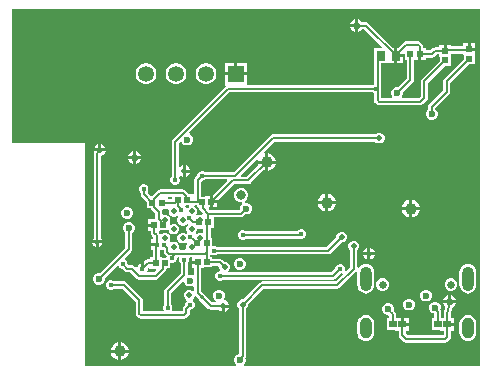
<source format=gbl>
G04*
G04 #@! TF.GenerationSoftware,Altium Limited,Altium Designer,23.9.2 (47)*
G04*
G04 Layer_Physical_Order=4*
G04 Layer_Color=16711680*
%FSLAX44Y44*%
%MOMM*%
G71*
G04*
G04 #@! TF.SameCoordinates,250A9CB9-7403-4FF4-BB43-A60BEB693519*
G04*
G04*
G04 #@! TF.FilePolarity,Positive*
G04*
G01*
G75*
%ADD11C,0.2000*%
%ADD15C,0.2540*%
%ADD30R,0.5153X0.4725*%
%ADD32R,0.5200X0.5200*%
%ADD39R,0.4541X0.3627*%
%ADD40R,0.6631X0.5955*%
%ADD46R,0.7581X0.8121*%
%ADD63R,1.3500X1.3500*%
%ADD64C,1.3500*%
%ADD73C,0.3500*%
%ADD87C,0.3677*%
%ADD88C,0.6000*%
%ADD89C,0.5000*%
%ADD90C,0.4000*%
%ADD91C,1.0000*%
%ADD92O,1.0000X1.8000*%
%ADD93C,0.6500*%
%ADD94O,1.0000X2.1000*%
%ADD95C,0.8000*%
%ADD97R,0.6281X0.6062*%
%ADD98R,0.5200X0.5200*%
G36*
X398780Y2540D02*
X199367D01*
X198841Y3810D01*
X199819Y4788D01*
X200580Y6625D01*
Y8615D01*
X200347Y9176D01*
X200946Y10072D01*
X201179Y11242D01*
Y51305D01*
X201935Y52061D01*
X202620Y53715D01*
Y54784D01*
X215897Y68061D01*
X278130D01*
X278130Y68061D01*
X279300Y68294D01*
X280293Y68957D01*
X293993Y82657D01*
X295205Y82135D01*
X295180Y81945D01*
Y70945D01*
X295420Y69117D01*
X296126Y67415D01*
X297248Y65952D01*
X298710Y64830D01*
X300413Y64125D01*
X302240Y63885D01*
X304067Y64125D01*
X305770Y64830D01*
X307233Y65952D01*
X308355Y67415D01*
X309060Y69117D01*
X309301Y70945D01*
Y81945D01*
X309060Y83772D01*
X308355Y85475D01*
X307233Y86937D01*
X305770Y88059D01*
X304067Y88765D01*
X302240Y89005D01*
X300413Y88765D01*
X298710Y88059D01*
X297248Y86937D01*
X296429Y85870D01*
X295159Y86301D01*
Y100835D01*
X295915Y101591D01*
X296600Y103245D01*
Y105035D01*
X295915Y106689D01*
X294649Y107955D01*
X292995Y108640D01*
X291205D01*
X289551Y107955D01*
X288285Y106689D01*
X287600Y105035D01*
Y103245D01*
X288285Y101591D01*
X289041Y100835D01*
Y86357D01*
X285384Y82700D01*
X284308Y83419D01*
X284670Y84294D01*
Y85886D01*
X284061Y87356D01*
X282936Y88481D01*
X281466Y89090D01*
X279874D01*
X278404Y88481D01*
X277279Y87356D01*
X276670Y85886D01*
Y85416D01*
X273053Y81799D01*
X186479D01*
X185953Y83069D01*
X186695Y83811D01*
X187380Y85465D01*
Y87255D01*
X186695Y88909D01*
X185429Y90175D01*
X183775Y90860D01*
X182706D01*
X180867Y92699D01*
X179874Y93362D01*
X178704Y93595D01*
X178704Y93595D01*
X172253D01*
Y94899D01*
X170812D01*
Y96192D01*
X172082Y96791D01*
X173194Y96330D01*
X174786D01*
X176256Y96939D01*
X176588Y97271D01*
X270510D01*
X270510Y97271D01*
X271681Y97504D01*
X272673Y98167D01*
X281766Y107260D01*
X282835D01*
X284489Y107945D01*
X285755Y109211D01*
X286440Y110865D01*
Y112655D01*
X285755Y114309D01*
X284489Y115575D01*
X282835Y116260D01*
X281045D01*
X279391Y115575D01*
X278125Y114309D01*
X277440Y112655D01*
Y111586D01*
X269243Y103389D01*
X176588D01*
X176256Y103721D01*
X174786Y104330D01*
X173194D01*
X172430Y104841D01*
Y111280D01*
X170909D01*
Y119429D01*
X174130D01*
Y128595D01*
X196411D01*
X196411Y128595D01*
X197582Y128828D01*
X198574Y129491D01*
X199973Y130890D01*
X201655D01*
X203492Y131651D01*
X204899Y133058D01*
X205660Y134895D01*
Y136885D01*
X204899Y138722D01*
X203492Y140129D01*
X201655Y140890D01*
X200324D01*
X200071Y142160D01*
X200249Y142233D01*
X201937Y143921D01*
X202850Y146126D01*
Y148513D01*
X201937Y150719D01*
X200249Y152407D01*
X198043Y153320D01*
X195657D01*
X193451Y152407D01*
X191763Y150719D01*
X190850Y148513D01*
Y146126D01*
X191763Y143921D01*
X193451Y142233D01*
X195657Y141320D01*
X197385D01*
X197715Y140430D01*
X197749Y140050D01*
X196421Y138722D01*
X195660Y136885D01*
Y135228D01*
X195144Y134712D01*
X170257D01*
X169332Y135637D01*
X169818Y136810D01*
X170180D01*
Y141713D01*
Y146615D01*
X166333D01*
Y146075D01*
X163079D01*
Y158753D01*
X164156Y159830D01*
X164626D01*
X166096Y160439D01*
X166428Y160771D01*
X184738D01*
X185224Y159598D01*
X172720Y147094D01*
Y142983D01*
X177260D01*
X191049Y156771D01*
X203010D01*
X203010Y156771D01*
X204181Y157004D01*
X205173Y157667D01*
X215695Y168190D01*
X217170Y167794D01*
Y173990D01*
X210974D01*
X211369Y172515D01*
X201743Y162889D01*
X196814D01*
X196328Y164062D01*
X209976Y177710D01*
X211114Y177052D01*
X210974Y176530D01*
X217170D01*
Y182726D01*
X216647Y182586D01*
X215990Y183724D01*
X224787Y192521D01*
X310385D01*
X311141Y191765D01*
X312795Y191080D01*
X314585D01*
X316239Y191765D01*
X317505Y193031D01*
X318190Y194685D01*
Y196475D01*
X317505Y198129D01*
X316239Y199395D01*
X314585Y200080D01*
X312795D01*
X311141Y199395D01*
X310385Y198639D01*
X223520D01*
X223520Y198639D01*
X222349Y198406D01*
X221357Y197743D01*
X190503Y166889D01*
X166428D01*
X166096Y167221D01*
X164626Y167830D01*
X163034D01*
X161564Y167221D01*
X160439Y166096D01*
X159830Y164626D01*
Y164156D01*
X157857Y162183D01*
X157194Y161190D01*
X156961Y160020D01*
X156961Y160020D01*
Y148662D01*
X155920Y148110D01*
X152287D01*
X151883Y148715D01*
X149326Y151273D01*
X148333Y151936D01*
X147163Y152169D01*
X147163Y152169D01*
X128427D01*
X127257Y151936D01*
X126264Y151273D01*
X126264Y151273D01*
X121167Y146175D01*
X120879Y146147D01*
X117741Y149284D01*
Y150256D01*
X118300Y151604D01*
Y153196D01*
X117691Y154666D01*
X116566Y155791D01*
X115096Y156400D01*
X113504D01*
X112034Y155791D01*
X110909Y154666D01*
X110300Y153196D01*
Y151604D01*
X110909Y150134D01*
X111624Y149419D01*
Y148018D01*
X111624Y148017D01*
X111857Y146847D01*
X112520Y145854D01*
X117130Y141244D01*
Y136370D01*
X120400D01*
X120504Y135850D01*
X121167Y134857D01*
X123941Y132083D01*
Y127292D01*
X123941Y127292D01*
X123556Y126822D01*
X118073D01*
Y123190D01*
X123190D01*
Y120650D01*
X118073D01*
Y117018D01*
X120131D01*
Y115198D01*
X120131Y115198D01*
X120364Y114027D01*
X121027Y113035D01*
X122168Y111894D01*
Y109764D01*
X120416D01*
Y106680D01*
X125227D01*
Y104140D01*
X120416D01*
Y101056D01*
X121809D01*
Y94747D01*
X119392D01*
Y92903D01*
X117784D01*
X116614Y92670D01*
X115622Y92007D01*
X115621Y92007D01*
X114300Y90686D01*
Y85090D01*
X111760D01*
Y89478D01*
X110458Y88939D01*
X109181Y87662D01*
X108744Y86607D01*
X107317Y86239D01*
X106303Y87253D01*
X105310Y87916D01*
X104140Y88149D01*
X104140Y88149D01*
X101517D01*
X100440Y89226D01*
Y89696D01*
X99831Y91166D01*
X98706Y92291D01*
X98499Y92377D01*
X98201Y93875D01*
X103763Y99437D01*
X103763Y99437D01*
X104426Y100429D01*
X104659Y101600D01*
X104659Y101600D01*
Y115368D01*
X105839Y116548D01*
X106600Y118385D01*
Y120375D01*
X105839Y122212D01*
X104432Y123619D01*
X102595Y124380D01*
X100605D01*
X98768Y123619D01*
X97361Y122212D01*
X96600Y120375D01*
Y118385D01*
X97361Y116548D01*
X98541Y115368D01*
Y102867D01*
X76874Y81200D01*
X75205D01*
X73368Y80439D01*
X71961Y79032D01*
X71200Y77195D01*
Y75205D01*
X71961Y73368D01*
X73368Y71961D01*
X75205Y71200D01*
X77195D01*
X79032Y71961D01*
X80439Y73368D01*
X81200Y75205D01*
Y76874D01*
X91465Y87139D01*
X92963Y86841D01*
X93049Y86634D01*
X94174Y85509D01*
X95644Y84900D01*
X96114D01*
X98087Y82927D01*
X99080Y82264D01*
X100250Y82031D01*
X100250Y82031D01*
X102873D01*
X108327Y76577D01*
X108327Y76577D01*
X109319Y75914D01*
X110490Y75681D01*
X124460D01*
X124460Y75681D01*
X125631Y75914D01*
X126623Y76577D01*
X132666Y82620D01*
X133329Y83613D01*
X133562Y84783D01*
X134506Y85482D01*
X136657D01*
Y89394D01*
X137468Y89936D01*
X139059D01*
X140529Y90545D01*
X141655Y91670D01*
X142263Y93140D01*
Y93603D01*
X143337Y94627D01*
X143918Y94593D01*
X144601Y93533D01*
X144590Y93506D01*
Y91914D01*
X145199Y90444D01*
X145531Y90112D01*
Y81277D01*
X132457Y68203D01*
X131794Y67210D01*
X131561Y66040D01*
X131561Y66040D01*
Y54668D01*
X131229Y54336D01*
X130620Y52866D01*
Y51274D01*
X131128Y50049D01*
X130595Y48779D01*
X113549D01*
Y58420D01*
X113549Y58420D01*
X113316Y59591D01*
X112653Y60583D01*
X112653Y60583D01*
X99953Y73283D01*
X98961Y73946D01*
X97790Y74179D01*
X97790Y74179D01*
X88958D01*
X88626Y74511D01*
X87156Y75120D01*
X85564D01*
X84094Y74511D01*
X82969Y73386D01*
X82360Y71916D01*
Y70324D01*
X82969Y68854D01*
X84094Y67729D01*
X85564Y67120D01*
X87156D01*
X88626Y67729D01*
X88958Y68061D01*
X96523D01*
X107431Y57153D01*
Y46892D01*
X107431Y46892D01*
X107664Y45721D01*
X108327Y44729D01*
X109499Y43557D01*
X109499Y43557D01*
X110491Y42894D01*
X111662Y42661D01*
X111662Y42661D01*
X148590D01*
X148590Y42661D01*
X149761Y42894D01*
X150753Y43557D01*
X152622Y45426D01*
X153285Y46418D01*
X153518Y47589D01*
X153518Y47589D01*
Y49591D01*
X154587Y50660D01*
X155936Y51219D01*
X157061Y52344D01*
X157670Y53814D01*
Y55406D01*
X157061Y56876D01*
X156165Y57772D01*
X155951Y58164D01*
X156059Y59325D01*
X156845Y60111D01*
X157279Y61159D01*
X158703Y61531D01*
X161527Y58707D01*
X161527Y58707D01*
X169057Y51177D01*
X169058Y51177D01*
X170050Y50514D01*
X171220Y50281D01*
X171220Y50281D01*
X177541D01*
X178755Y49067D01*
X180340Y48411D01*
Y53340D01*
X181610D01*
Y54610D01*
X186539D01*
X185883Y56195D01*
X184465Y57613D01*
X182807Y58300D01*
X182496Y58715D01*
X182172Y59650D01*
X182800Y61165D01*
Y63155D01*
X182039Y64992D01*
X180632Y66399D01*
X178795Y67160D01*
X176805D01*
X174968Y66399D01*
X173561Y64992D01*
X172800Y63155D01*
Y61165D01*
X173561Y59328D01*
X174968Y57921D01*
X175577Y57669D01*
X175325Y56399D01*
X172487D01*
X165853Y63033D01*
X165853Y63033D01*
X163164Y65723D01*
Y85634D01*
X165222D01*
Y86174D01*
X172253D01*
Y87478D01*
X177437D01*
X178380Y86534D01*
Y85465D01*
X178983Y84010D01*
X178672Y83231D01*
X178340Y82740D01*
X178274D01*
X176804Y82131D01*
X175679Y81006D01*
X175070Y79536D01*
Y77944D01*
X175679Y76474D01*
X176804Y75349D01*
X178274Y74740D01*
X179866D01*
X181336Y75349D01*
X181668Y75681D01*
X274320D01*
X274320Y75681D01*
X275490Y75914D01*
X276483Y76577D01*
X280996Y81090D01*
X281466D01*
X282341Y81452D01*
X283060Y80376D01*
X276863Y74179D01*
X214630D01*
X214630Y74179D01*
X213459Y73946D01*
X212467Y73283D01*
X212467Y73283D01*
X198294Y59110D01*
X197225D01*
X195571Y58425D01*
X194305Y57159D01*
X193620Y55505D01*
Y53715D01*
X194305Y52061D01*
X195061Y51305D01*
Y12620D01*
X194585D01*
X192748Y11859D01*
X191341Y10452D01*
X190580Y8615D01*
Y6625D01*
X191341Y4788D01*
X192319Y3810D01*
X191793Y2540D01*
X64770D01*
Y191770D01*
X2540D01*
Y304800D01*
X398780D01*
Y2540D01*
D02*
G37*
G36*
X138180Y144029D02*
X134870D01*
Y146051D01*
X138180D01*
Y144029D01*
D02*
G37*
G36*
X151947Y138887D02*
X152612Y138755D01*
X152742Y137434D01*
X152301Y137251D01*
X151557Y136507D01*
X150200Y136730D01*
X149527Y137825D01*
X149977Y138910D01*
X151912D01*
X151947Y138887D01*
D02*
G37*
G36*
X159302Y137350D02*
X160491D01*
X161234Y136350D01*
X161467Y135180D01*
X162130Y134187D01*
X164207Y132110D01*
X163893Y130628D01*
X163317Y130407D01*
X163245Y130436D01*
X161455D01*
X160477Y130031D01*
X159468D01*
X158836Y131301D01*
X159350Y132541D01*
Y134332D01*
X158665Y135985D01*
X157399Y137251D01*
X157079Y137384D01*
X157331Y138654D01*
X159302D01*
Y137350D01*
D02*
G37*
G36*
X164791Y115939D02*
X163735Y115233D01*
X163245Y115436D01*
X161455D01*
X159801Y114751D01*
X159749Y114698D01*
X158299Y115045D01*
X158182Y115404D01*
X158665Y115887D01*
X159350Y117541D01*
Y118889D01*
X164791D01*
Y115939D01*
D02*
G37*
G36*
X135564Y134847D02*
X135350Y134332D01*
Y132541D01*
X136035Y130887D01*
X137301Y129621D01*
X138955Y128936D01*
X140745D01*
X142399Y129621D01*
X142706Y129928D01*
X143071Y129817D01*
X143503Y128578D01*
X143485Y128364D01*
X142850Y126831D01*
Y125041D01*
X143535Y123387D01*
X144801Y122121D01*
X146455Y121436D01*
X148245D01*
X149899Y122121D01*
X150599Y122822D01*
X152025Y122850D01*
X152301Y122251D01*
X151035Y120985D01*
X150350Y119331D01*
Y117541D01*
X150657Y116801D01*
X151098Y115609D01*
X150070Y114580D01*
X149899Y114751D01*
X148245Y115436D01*
X146455D01*
X144801Y114751D01*
X143535Y113485D01*
X142850Y111831D01*
Y110041D01*
X143535Y108387D01*
X144801Y107121D01*
X146455Y106436D01*
X148245D01*
X149899Y107121D01*
X149986Y107208D01*
X150351Y107098D01*
X150533Y106802D01*
X150880Y105610D01*
X150350Y104332D01*
Y102541D01*
X150525Y102119D01*
X149677Y100849D01*
X145024D01*
X144175Y102119D01*
X144350Y102541D01*
Y104332D01*
X143665Y105985D01*
X142399Y107251D01*
X140745Y107936D01*
X138955D01*
X137708Y107420D01*
X136518Y107817D01*
X136258Y108005D01*
X136170Y108368D01*
X136192Y108452D01*
X136850Y110041D01*
Y111831D01*
X136165Y113485D01*
X134899Y114751D01*
X133245Y115436D01*
X131455D01*
X129801Y114751D01*
X129354Y114303D01*
X128944Y114312D01*
X127866Y114611D01*
X127390Y115323D01*
X126966Y115748D01*
X127492Y117018D01*
X128307D01*
Y117558D01*
X130479D01*
X130761Y117501D01*
X131044Y117558D01*
X134178D01*
X135345Y117541D01*
X135792Y116476D01*
X136035Y115887D01*
X137301Y114621D01*
X138955Y113936D01*
X140745D01*
X142399Y114621D01*
X143665Y115887D01*
X144350Y117541D01*
Y119331D01*
X143665Y120985D01*
X142399Y122251D01*
X140745Y122936D01*
X138955D01*
X137444Y122310D01*
X137103Y122338D01*
X136052Y122798D01*
X135973Y123195D01*
X136165Y123387D01*
X136850Y125041D01*
Y126831D01*
X136165Y128485D01*
X134899Y129751D01*
X133245Y130436D01*
X131455D01*
X131115Y130295D01*
X130059Y131001D01*
Y133350D01*
X130059Y133350D01*
X129826Y134521D01*
X129800Y134560D01*
X130478Y135830D01*
X134597D01*
X135564Y134847D01*
D02*
G37*
G36*
X130038Y101056D02*
X131292Y101018D01*
Y99330D01*
X131292Y99330D01*
X131524Y98159D01*
X132188Y97167D01*
X133727Y95627D01*
X133727Y95627D01*
X133952Y95477D01*
X133567Y94207D01*
X129626D01*
Y94747D01*
X127927D01*
Y101056D01*
X130038D01*
Y101056D01*
D02*
G37*
G36*
X119392Y84942D02*
Y84942D01*
X124677D01*
X125163Y83769D01*
X123193Y81799D01*
X117819D01*
X117107Y83069D01*
X117570Y84187D01*
Y84749D01*
X118122Y85166D01*
X119392Y84942D01*
D02*
G37*
G36*
X154988Y91806D02*
X160105D01*
Y89266D01*
X154988D01*
Y85634D01*
X157046D01*
Y80284D01*
X155776Y79470D01*
X154665Y79930D01*
X152861D01*
X152661Y79943D01*
X151649Y80879D01*
Y90112D01*
X151981Y90444D01*
X152590Y91914D01*
Y93506D01*
X152520Y93675D01*
X153225Y94731D01*
X154988D01*
Y91806D01*
D02*
G37*
G36*
X148670Y74105D02*
Y73935D01*
X149431Y72098D01*
X150838Y70691D01*
X152675Y69930D01*
X154665D01*
X155776Y70390D01*
X157046Y69576D01*
Y66804D01*
X155776Y66278D01*
X155579Y66475D01*
X153925Y67160D01*
X152135D01*
X150481Y66475D01*
X149215Y65209D01*
X148530Y63555D01*
Y61765D01*
X149215Y60111D01*
X150481Y58845D01*
X150759Y57355D01*
X150279Y56876D01*
X149670Y55406D01*
Y54395D01*
X148296Y53021D01*
X147633Y52028D01*
X147400Y50858D01*
X147400Y50858D01*
Y48856D01*
X147323Y48779D01*
X138645D01*
X138112Y50049D01*
X138620Y51274D01*
Y52866D01*
X138011Y54336D01*
X137679Y54668D01*
Y64773D01*
X147497Y74591D01*
X148670Y74105D01*
D02*
G37*
%LPC*%
G36*
X293370Y296300D02*
X291502Y295527D01*
X289943Y293968D01*
X289170Y292100D01*
X293370D01*
Y296300D01*
D02*
G37*
G36*
Y289560D02*
X289170D01*
X289943Y287692D01*
X291502Y286133D01*
X293370Y285360D01*
Y289560D01*
D02*
G37*
G36*
X395030Y275840D02*
X391160D01*
Y271970D01*
X395030D01*
Y275840D01*
D02*
G37*
G36*
X333830Y264160D02*
X328769D01*
Y258829D01*
X333830D01*
Y264160D01*
D02*
G37*
G36*
X201627Y259480D02*
X193607D01*
Y251460D01*
X201627D01*
Y259480D01*
D02*
G37*
G36*
X191067D02*
X183047D01*
Y251460D01*
X191067D01*
Y259480D01*
D02*
G37*
G36*
X168089Y258940D02*
X165786D01*
X163560Y258344D01*
X161565Y257192D01*
X159936Y255563D01*
X158784Y253567D01*
X158187Y251342D01*
Y249038D01*
X158784Y246813D01*
X159936Y244817D01*
X161565Y243188D01*
X163560Y242036D01*
X165786Y241440D01*
X168089D01*
X170315Y242036D01*
X172310Y243188D01*
X173939Y244817D01*
X175091Y246813D01*
X175687Y249038D01*
Y251342D01*
X175091Y253567D01*
X173939Y255563D01*
X172310Y257192D01*
X170315Y258344D01*
X168089Y258940D01*
D02*
G37*
G36*
X142689D02*
X140386D01*
X138160Y258344D01*
X136165Y257192D01*
X134536Y255563D01*
X133384Y253567D01*
X132787Y251342D01*
Y249038D01*
X133384Y246813D01*
X134536Y244817D01*
X136165Y243188D01*
X138160Y242036D01*
X140386Y241440D01*
X142689D01*
X144915Y242036D01*
X146910Y243188D01*
X148539Y244817D01*
X149691Y246813D01*
X150287Y249038D01*
Y251342D01*
X149691Y253567D01*
X148539Y255563D01*
X146910Y257192D01*
X144915Y258344D01*
X142689Y258940D01*
D02*
G37*
G36*
X117289D02*
X114986D01*
X112760Y258344D01*
X110765Y257192D01*
X109136Y255563D01*
X107984Y253567D01*
X107387Y251342D01*
Y249038D01*
X107984Y246813D01*
X109136Y244817D01*
X110765Y243188D01*
X112760Y242036D01*
X114986Y241440D01*
X117289D01*
X119515Y242036D01*
X121510Y243188D01*
X123139Y244817D01*
X124291Y246813D01*
X124887Y249038D01*
Y251342D01*
X124291Y253567D01*
X123139Y255563D01*
X121510Y257192D01*
X119515Y258344D01*
X117289Y258940D01*
D02*
G37*
G36*
X295910Y296300D02*
Y290830D01*
Y285360D01*
X297778Y286133D01*
X299337Y287692D01*
X299370Y287771D01*
X301102D01*
X316210Y272664D01*
X315724Y271491D01*
X309169D01*
Y259369D01*
X309361D01*
Y241079D01*
X308884Y240881D01*
X308552Y240549D01*
X202752D01*
X201628Y240900D01*
X201627Y241819D01*
Y248920D01*
X192337D01*
X183047D01*
Y240900D01*
X183242D01*
X183636Y239728D01*
X183639Y239630D01*
X138807Y194798D01*
X138144Y193806D01*
X137911Y192635D01*
X137911Y192635D01*
Y162618D01*
X137579Y162286D01*
X136970Y160816D01*
Y159224D01*
X137579Y157754D01*
X138704Y156629D01*
X140174Y156020D01*
X141766D01*
X143236Y156629D01*
X144361Y157754D01*
X144970Y159224D01*
Y160816D01*
X144436Y162104D01*
X144447Y162560D01*
X144518Y162788D01*
X145072Y163052D01*
X145972Y163269D01*
X147320Y162711D01*
Y167640D01*
Y172569D01*
X145735Y171913D01*
X145299Y171476D01*
X144029Y172002D01*
Y191368D01*
X145113Y192452D01*
X146611Y192154D01*
X146891Y191478D01*
X148298Y190071D01*
X150135Y189310D01*
X152125D01*
X153962Y190071D01*
X155369Y191478D01*
X156130Y193315D01*
Y195305D01*
X155369Y197142D01*
X153962Y198549D01*
X153286Y198829D01*
X152988Y200327D01*
X187092Y234431D01*
X308552D01*
X308884Y234099D01*
X309361Y233901D01*
Y227520D01*
X309361Y227520D01*
X309594Y226350D01*
X310257Y225357D01*
X311429Y224186D01*
X311429Y224186D01*
X312421Y223522D01*
X313592Y223290D01*
X313592Y223290D01*
X348268D01*
X348268Y223290D01*
X349439Y223522D01*
X350431Y224186D01*
X353953Y227707D01*
X353953Y227707D01*
X354616Y228699D01*
X354849Y229870D01*
X354849Y229870D01*
Y242383D01*
X369296Y256830D01*
X374170D01*
Y264290D01*
X374710D01*
Y267006D01*
X384750D01*
Y265560D01*
X385290D01*
Y262426D01*
X368677Y245813D01*
X368014Y244820D01*
X367781Y243650D01*
X367781Y243650D01*
Y236217D01*
X355977Y224413D01*
X355314Y223421D01*
X355081Y222250D01*
X355081Y222250D01*
Y219912D01*
X353901Y218732D01*
X353140Y216895D01*
Y214905D01*
X353901Y213068D01*
X355308Y211661D01*
X357145Y210900D01*
X359135D01*
X360972Y211661D01*
X362379Y213068D01*
X363140Y214905D01*
Y216895D01*
X362379Y218732D01*
X361199Y219912D01*
Y220983D01*
X373003Y232787D01*
X373003Y232787D01*
X373666Y233780D01*
X373899Y234950D01*
X373899Y234950D01*
Y242383D01*
X389616Y258100D01*
X394490D01*
Y265560D01*
X395030D01*
Y269430D01*
X389890D01*
Y270700D01*
X388620D01*
Y275840D01*
X384750D01*
Y273124D01*
X374710D01*
Y274570D01*
X370840D01*
Y269430D01*
X368300D01*
Y274570D01*
X364430D01*
Y272489D01*
X360940D01*
X360940Y272489D01*
X359770Y272256D01*
X358777Y271593D01*
X358777Y271593D01*
X356943Y269759D01*
X353120D01*
Y271840D01*
X351039D01*
Y273148D01*
X351039Y273148D01*
X350806Y274319D01*
X350143Y275311D01*
X350143Y275311D01*
X348971Y276483D01*
X347979Y277146D01*
X346808Y277379D01*
X346808Y277379D01*
X336119D01*
X334949Y277146D01*
X333957Y276483D01*
X333957Y276483D01*
X329504Y272031D01*
X328769D01*
Y266700D01*
X333830D01*
Y266863D01*
X334110Y267050D01*
X335380Y266373D01*
Y262100D01*
X336921D01*
Y245997D01*
X329604Y238680D01*
X327935D01*
X326098Y237919D01*
X324691Y236512D01*
X323930Y234675D01*
Y232685D01*
X324691Y230848D01*
X324862Y230677D01*
X324336Y229407D01*
X315479D01*
Y259369D01*
X320751D01*
X321169Y258829D01*
Y258829D01*
X326230D01*
Y265430D01*
Y272031D01*
X325494D01*
X304532Y292993D01*
X303540Y293656D01*
X302369Y293889D01*
X302369Y293889D01*
X299370D01*
X299337Y293968D01*
X297778Y295527D01*
X295910Y296300D01*
D02*
G37*
G36*
X78394Y190506D02*
Y186847D01*
X82053D01*
X81396Y188431D01*
X79978Y189849D01*
X78394Y190506D01*
D02*
G37*
G36*
X75854D02*
X74269Y189849D01*
X72851Y188431D01*
X72194Y186847D01*
X75854D01*
Y190506D01*
D02*
G37*
G36*
X107950Y184540D02*
Y180340D01*
X112150D01*
X111377Y182208D01*
X109818Y183767D01*
X107950Y184540D01*
D02*
G37*
G36*
X105410D02*
X103542Y183767D01*
X101983Y182208D01*
X101210Y180340D01*
X105410D01*
Y184540D01*
D02*
G37*
G36*
X219710Y182726D02*
Y176530D01*
X225906D01*
X225466Y178170D01*
X224473Y179890D01*
X223070Y181294D01*
X221350Y182286D01*
X219710Y182726D01*
D02*
G37*
G36*
X112150Y177800D02*
X107950D01*
Y173600D01*
X109818Y174373D01*
X111377Y175932D01*
X112150Y177800D01*
D02*
G37*
G36*
X105410D02*
X101210D01*
X101983Y175932D01*
X103542Y174373D01*
X105410Y173600D01*
Y177800D01*
D02*
G37*
G36*
X149860Y172569D02*
Y168910D01*
X153519D01*
X152863Y170495D01*
X151445Y171913D01*
X149860Y172569D01*
D02*
G37*
G36*
X225906Y173990D02*
X219710D01*
Y167794D01*
X221350Y168234D01*
X223070Y169226D01*
X224473Y170630D01*
X225466Y172350D01*
X225906Y173990D01*
D02*
G37*
G36*
X153519Y166370D02*
X149860D01*
Y162711D01*
X151445Y163367D01*
X152863Y164785D01*
X153519Y166370D01*
D02*
G37*
G36*
X270510Y148436D02*
Y142240D01*
X276706D01*
X276266Y143880D01*
X275273Y145600D01*
X273870Y147003D01*
X272150Y147996D01*
X270510Y148436D01*
D02*
G37*
G36*
X267970D02*
X266330Y147996D01*
X264610Y147003D01*
X263207Y145600D01*
X262214Y143880D01*
X261774Y142240D01*
X267970D01*
Y148436D01*
D02*
G37*
G36*
X341630Y143356D02*
Y137160D01*
X347826D01*
X347386Y138800D01*
X346394Y140520D01*
X344990Y141924D01*
X343270Y142916D01*
X341630Y143356D01*
D02*
G37*
G36*
X339090D02*
X337450Y142916D01*
X335730Y141924D01*
X334327Y140520D01*
X333334Y138800D01*
X332894Y137160D01*
X339090D01*
Y143356D01*
D02*
G37*
G36*
X176567Y140443D02*
X172720D01*
Y136810D01*
X176567D01*
Y140443D01*
D02*
G37*
G36*
X276706Y139700D02*
X270510D01*
Y133504D01*
X272150Y133944D01*
X273870Y134937D01*
X275273Y136340D01*
X276266Y138060D01*
X276706Y139700D01*
D02*
G37*
G36*
X267970D02*
X261774D01*
X262214Y138060D01*
X263207Y136340D01*
X264610Y134937D01*
X266330Y133944D01*
X267970Y133504D01*
Y139700D01*
D02*
G37*
G36*
X347826Y134620D02*
X341630D01*
Y128424D01*
X343270Y128864D01*
X344990Y129857D01*
X346394Y131260D01*
X347386Y132980D01*
X347826Y134620D01*
D02*
G37*
G36*
X339090D02*
X332894D01*
X333334Y132980D01*
X334327Y131260D01*
X335730Y129857D01*
X337450Y128864D01*
X339090Y128424D01*
Y134620D01*
D02*
G37*
G36*
X101325Y137080D02*
X99335D01*
X97498Y136319D01*
X96091Y134912D01*
X95330Y133075D01*
Y131085D01*
X96091Y129248D01*
X97498Y127841D01*
X99335Y127080D01*
X101325D01*
X103162Y127841D01*
X104569Y129248D01*
X105330Y131085D01*
Y133075D01*
X104569Y134912D01*
X103162Y136319D01*
X101325Y137080D01*
D02*
G37*
G36*
X248446Y118300D02*
X246854D01*
X245384Y117691D01*
X244259Y116566D01*
X244230Y116495D01*
X200718D01*
X200386Y116827D01*
X198916Y117436D01*
X197324D01*
X195854Y116827D01*
X194729Y115702D01*
X194120Y114232D01*
Y112640D01*
X194729Y111170D01*
X195854Y110045D01*
X197324Y109436D01*
X198916D01*
X200386Y110045D01*
X200718Y110377D01*
X246245D01*
X246245Y110377D01*
X246530Y110434D01*
X246854Y110300D01*
X248446D01*
X249916Y110909D01*
X251041Y112034D01*
X251650Y113504D01*
Y115096D01*
X251041Y116566D01*
X249916Y117691D01*
X248446Y118300D01*
D02*
G37*
G36*
X82053Y184307D02*
X72194D01*
X72304Y184041D01*
X72104Y183742D01*
X71871Y182571D01*
X71871Y182571D01*
Y111312D01*
X71081Y110522D01*
X70542Y109220D01*
X79318D01*
X78779Y110522D01*
X77989Y111312D01*
Y180536D01*
X78126D01*
X79978Y181304D01*
X81396Y182722D01*
X82053Y184307D01*
D02*
G37*
G36*
X79318Y106680D02*
X76200D01*
Y103562D01*
X77502Y104101D01*
X78779Y105378D01*
X79318Y106680D01*
D02*
G37*
G36*
X73660D02*
X70542D01*
X71081Y105378D01*
X72358Y104101D01*
X73660Y103562D01*
Y106680D01*
D02*
G37*
G36*
X306070Y102719D02*
Y99060D01*
X309729D01*
X309073Y100645D01*
X307655Y102063D01*
X306070Y102719D01*
D02*
G37*
G36*
X303530D02*
X301945Y102063D01*
X300527Y100645D01*
X299871Y99060D01*
X303530D01*
Y102719D01*
D02*
G37*
G36*
X309729Y96520D02*
X306070D01*
Y92861D01*
X307655Y93517D01*
X309073Y94935D01*
X309729Y96520D01*
D02*
G37*
G36*
X303530D02*
X299871D01*
X300527Y94935D01*
X301945Y93517D01*
X303530Y92861D01*
Y96520D01*
D02*
G37*
G36*
X196575Y93900D02*
X194585D01*
X192748Y93139D01*
X191341Y91732D01*
X190580Y89895D01*
Y87905D01*
X191341Y86068D01*
X192748Y84661D01*
X194585Y83900D01*
X196575D01*
X198412Y84661D01*
X199819Y86068D01*
X200580Y87905D01*
Y89895D01*
X199819Y91732D01*
X198412Y93139D01*
X196575Y93900D01*
D02*
G37*
G36*
X375384Y76695D02*
X373296D01*
X371366Y75896D01*
X369889Y74419D01*
X369090Y72489D01*
Y70401D01*
X369889Y68471D01*
X371366Y66994D01*
X373296Y66195D01*
X375384D01*
X377314Y66994D01*
X378791Y68471D01*
X379590Y70401D01*
Y72489D01*
X378791Y74419D01*
X377314Y75896D01*
X375384Y76695D01*
D02*
G37*
G36*
X317584D02*
X315496D01*
X313566Y75896D01*
X312089Y74419D01*
X311290Y72489D01*
Y70401D01*
X312089Y68471D01*
X313566Y66994D01*
X315496Y66195D01*
X317584D01*
X319514Y66994D01*
X320991Y68471D01*
X321790Y70401D01*
Y72489D01*
X320991Y74419D01*
X319514Y75896D01*
X317584Y76695D01*
D02*
G37*
G36*
X388640Y89005D02*
X386813Y88765D01*
X385110Y88059D01*
X383648Y86937D01*
X382526Y85475D01*
X381820Y83772D01*
X381580Y81945D01*
Y70945D01*
X381820Y69117D01*
X382526Y67415D01*
X383648Y65952D01*
X385110Y64830D01*
X386813Y64125D01*
X388640Y63885D01*
X390468Y64125D01*
X392170Y64830D01*
X393633Y65952D01*
X394755Y67415D01*
X395460Y69117D01*
X395701Y70945D01*
Y81945D01*
X395460Y83772D01*
X394755Y85475D01*
X393633Y86937D01*
X392170Y88059D01*
X390468Y88765D01*
X388640Y89005D01*
D02*
G37*
G36*
X374650Y62620D02*
Y58420D01*
X378850D01*
X378077Y60288D01*
X376518Y61847D01*
X374650Y62620D01*
D02*
G37*
G36*
X372110D02*
X370242Y61847D01*
X368683Y60288D01*
X367910Y58420D01*
X372110D01*
Y62620D01*
D02*
G37*
G36*
X354055Y67230D02*
X352065D01*
X350228Y66469D01*
X348821Y65062D01*
X348060Y63225D01*
Y61235D01*
X348821Y59398D01*
X350228Y57991D01*
X352065Y57230D01*
X354055D01*
X355892Y57991D01*
X357299Y59398D01*
X358060Y61235D01*
Y63225D01*
X357299Y65062D01*
X355892Y66469D01*
X354055Y67230D01*
D02*
G37*
G36*
X340085Y59610D02*
X338095D01*
X336258Y58849D01*
X334851Y57442D01*
X334090Y55605D01*
Y53615D01*
X334851Y51778D01*
X336258Y50371D01*
X338095Y49610D01*
X340085D01*
X341922Y50371D01*
X343329Y51778D01*
X344090Y53615D01*
Y55605D01*
X343329Y57442D01*
X341922Y58849D01*
X340085Y59610D01*
D02*
G37*
G36*
X186539Y52070D02*
X182880D01*
Y48411D01*
X184465Y49067D01*
X185883Y50485D01*
X186539Y52070D01*
D02*
G37*
G36*
X339183Y43617D02*
X334598D01*
Y39370D01*
X339183D01*
Y43617D01*
D02*
G37*
G36*
X361675Y57070D02*
X359685D01*
X357848Y56309D01*
X356441Y54902D01*
X355680Y53065D01*
Y51075D01*
X356441Y49238D01*
X357848Y47831D01*
X359685Y47070D01*
X360238D01*
Y43077D01*
X357982D01*
Y33123D01*
X365572D01*
Y32583D01*
X368369D01*
Y28525D01*
X368303Y28459D01*
X337817D01*
X336386Y29889D01*
Y32583D01*
X339183D01*
Y36830D01*
X333328D01*
Y38100D01*
X332058D01*
Y43617D01*
X328256D01*
Y46202D01*
X328023Y47372D01*
X327360Y48365D01*
X327360Y48365D01*
X326196Y49529D01*
X326310Y49805D01*
Y51795D01*
X325549Y53632D01*
X324142Y55039D01*
X322305Y55800D01*
X320315D01*
X318478Y55039D01*
X317071Y53632D01*
X316310Y51795D01*
Y49805D01*
X317071Y47968D01*
X318478Y46561D01*
X320315Y45800D01*
X321273D01*
X322138Y44935D01*
Y43077D01*
X319882D01*
Y33123D01*
X327472D01*
Y32583D01*
X330269D01*
Y28622D01*
X330269Y28622D01*
X330502Y27452D01*
X331165Y26459D01*
X334387Y23237D01*
X335379Y22574D01*
X336550Y22341D01*
X369570D01*
X369570Y22341D01*
X370741Y22574D01*
X371733Y23237D01*
X373591Y25095D01*
X373591Y25095D01*
X374254Y26087D01*
X374487Y27258D01*
X374487Y27258D01*
Y32583D01*
X377283D01*
Y36830D01*
X371428D01*
Y39370D01*
X377283D01*
Y43617D01*
X374487D01*
Y46127D01*
X375564Y52058D01*
X376518Y52453D01*
X378077Y54012D01*
X378850Y55880D01*
X367910D01*
X368683Y54012D01*
X369545Y53151D01*
X368418Y46949D01*
X368423Y46673D01*
X368369Y46402D01*
Y43617D01*
X366356D01*
Y48370D01*
X366356Y48370D01*
X366123Y49541D01*
X365460Y50533D01*
X365460Y50533D01*
X365457Y50537D01*
X365680Y51075D01*
Y53065D01*
X364919Y54902D01*
X363512Y56309D01*
X361675Y57070D01*
D02*
G37*
G36*
X388640Y45705D02*
X386813Y45465D01*
X385110Y44759D01*
X383648Y43637D01*
X382526Y42175D01*
X381820Y40472D01*
X381580Y38645D01*
Y30645D01*
X381820Y28818D01*
X382526Y27115D01*
X383648Y25653D01*
X385110Y24531D01*
X386813Y23825D01*
X388640Y23585D01*
X390468Y23825D01*
X392170Y24531D01*
X393633Y25653D01*
X394755Y27115D01*
X395460Y28818D01*
X395701Y30645D01*
Y38645D01*
X395460Y40472D01*
X394755Y42175D01*
X393633Y43637D01*
X392170Y44759D01*
X390468Y45465D01*
X388640Y45705D01*
D02*
G37*
G36*
X302240D02*
X300413Y45465D01*
X298710Y44759D01*
X297248Y43637D01*
X296126Y42175D01*
X295420Y40472D01*
X295180Y38645D01*
Y30645D01*
X295420Y28818D01*
X296126Y27115D01*
X297248Y25653D01*
X298710Y24531D01*
X300413Y23825D01*
X302240Y23585D01*
X304067Y23825D01*
X305770Y24531D01*
X307233Y25653D01*
X308355Y27115D01*
X309060Y28818D01*
X309301Y30645D01*
Y38645D01*
X309060Y40472D01*
X308355Y42175D01*
X307233Y43637D01*
X305770Y44759D01*
X304067Y45465D01*
X302240Y45705D01*
D02*
G37*
G36*
X95250Y22706D02*
Y16510D01*
X101446D01*
X101006Y18150D01*
X100014Y19870D01*
X98610Y21274D01*
X96890Y22266D01*
X95250Y22706D01*
D02*
G37*
G36*
X92710D02*
X91070Y22266D01*
X89350Y21274D01*
X87947Y19870D01*
X86954Y18150D01*
X86514Y16510D01*
X92710D01*
Y22706D01*
D02*
G37*
G36*
X101446Y13970D02*
X95250D01*
Y7774D01*
X96890Y8214D01*
X98610Y9207D01*
X100014Y10610D01*
X101006Y12330D01*
X101446Y13970D01*
D02*
G37*
G36*
X92710D02*
X86514D01*
X86954Y12330D01*
X87947Y10610D01*
X89350Y9207D01*
X91070Y8214D01*
X92710Y7774D01*
Y13970D01*
D02*
G37*
%LPD*%
G36*
X349250Y261560D02*
X353120D01*
Y263641D01*
X358210D01*
X358210Y263641D01*
X359380Y263874D01*
X360373Y264537D01*
X362207Y266371D01*
X364430D01*
Y264290D01*
X364970D01*
Y261156D01*
X349627Y245813D01*
X348964Y244820D01*
X348731Y243650D01*
X348731Y243650D01*
Y231137D01*
X347001Y229407D01*
X333524D01*
X332998Y230677D01*
X333169Y230848D01*
X333930Y232685D01*
Y234354D01*
X342143Y242567D01*
X342143Y242567D01*
X342806Y243559D01*
X343039Y244730D01*
Y261560D01*
X346710D01*
Y266700D01*
X349250D01*
Y261560D01*
D02*
G37*
D11*
X358140Y215900D02*
Y222250D01*
X370840Y234950D01*
Y243650D02*
X389890Y262700D01*
X370840Y234950D02*
Y243650D01*
X198120Y11242D02*
Y54610D01*
X195580Y8702D02*
X198120Y11242D01*
X195580Y7620D02*
Y8702D01*
X312420Y227520D02*
Y262890D01*
X140970Y192635D02*
X185825Y237490D01*
X140970Y160020D02*
Y192635D01*
X185825Y237490D02*
X311150D01*
X168990Y131654D02*
X196411D01*
X200648Y135890D02*
X200660D01*
X196411Y131654D02*
X200648Y135890D01*
X191770Y163830D02*
X223520Y195580D01*
X313690D01*
X163830Y163830D02*
X191770D01*
X171664Y141713D02*
X189782Y159830D01*
X203010D02*
X218440Y175260D01*
X189782Y159830D02*
X203010D01*
X274320Y78740D02*
X280670Y85090D01*
X179070Y78740D02*
X274320D01*
X351790Y229870D02*
Y243650D01*
X313592Y226348D02*
X348268D01*
X351790Y229870D01*
Y243650D02*
X369570Y261430D01*
X247109Y114300D02*
X247650D01*
X198120Y113436D02*
X246245D01*
X247109Y114300D01*
X76200Y76200D02*
X101600Y101600D01*
Y119380D01*
X100250Y85090D02*
X104140D01*
X96440Y88900D02*
X100250Y85090D01*
X294640Y290830D02*
X302369D01*
X327500Y265700D01*
X312420Y227520D02*
X313592Y226348D01*
X312420Y262890D02*
X314960Y265430D01*
X339980Y244730D02*
Y266700D01*
X328930Y233680D02*
X339980Y244730D01*
X346808Y274320D02*
X347980Y273148D01*
X336119Y274320D02*
X346808D01*
X347980Y266700D02*
Y273148D01*
X327500Y265700D02*
X336119Y274320D01*
X360940Y269430D02*
X369570D01*
X347980Y266700D02*
X358210D01*
X360940Y269430D01*
X370205Y270065D02*
X389255D01*
X389890Y270700D01*
X369570Y269430D02*
X370205Y270065D01*
X321310Y50089D02*
X325197Y46202D01*
Y38100D02*
Y46202D01*
X321310Y50089D02*
Y50800D01*
X360680Y50988D02*
X363297Y48370D01*
X360680Y50988D02*
Y52070D01*
X363297Y38100D02*
Y48370D01*
X150459Y50858D02*
X153670Y54069D01*
X150459Y47589D02*
Y50858D01*
X153670Y54069D02*
Y54610D01*
X148590Y45720D02*
X150459Y47589D01*
X110490Y46892D02*
X111662Y45720D01*
X110490Y46892D02*
Y58420D01*
X111662Y45720D02*
X148590D01*
X97790Y71120D02*
X110490Y58420D01*
X86360Y71120D02*
X97790D01*
X160105Y64455D02*
X163690Y60870D01*
X141079Y97292D02*
Y97790D01*
X138264Y93936D02*
Y94477D01*
X141079Y97292D01*
Y97790D02*
X166578D01*
X135890D02*
X141079D01*
X371428Y38100D02*
Y46402D01*
X373380Y57150D01*
X278130Y71120D02*
X292100Y85090D01*
Y104140D01*
X214630Y71120D02*
X278130D01*
X198120Y54610D02*
X214630Y71120D01*
X167676Y90536D02*
X178704D01*
X182880Y86360D01*
X173990Y100330D02*
X270510D01*
X281940Y111760D01*
X160020Y141713D02*
X163879D01*
X153117D02*
X160020D01*
Y160020D01*
X163830Y163830D01*
X117784Y89844D02*
X124509D01*
X113030Y85090D02*
X117784Y89844D01*
X171450Y141713D02*
X171664D01*
X77123Y184765D02*
Y185576D01*
X74930Y107950D02*
Y182571D01*
X77123Y184765D01*
X143320Y137891D02*
X146050Y135161D01*
X143320Y137891D02*
Y143510D01*
X146050Y134620D02*
Y135161D01*
X156210Y124460D02*
X161210D01*
X152400Y128270D02*
X156210Y124460D01*
X156494Y108936D02*
X157128D01*
X153670Y111760D02*
X153670D01*
X159385Y106680D02*
X159830D01*
X157128Y108936D02*
X159385Y106680D01*
X153670Y111760D02*
X156494Y108936D01*
X166578Y97790D02*
X167753Y98965D01*
X160105Y64455D02*
Y90536D01*
X171220Y53340D02*
X181610D01*
X163690Y60870D02*
X171220Y53340D01*
X134620Y52070D02*
Y66040D01*
X148590Y80010D01*
Y92710D01*
X134350Y99330D02*
X135890Y97790D01*
X114300Y152400D02*
X114683Y152017D01*
Y148017D02*
X121730Y140970D01*
X114683Y148017D02*
Y152017D01*
X124509Y89844D02*
X124868Y90204D01*
Y105051D01*
X131770Y105410D02*
X134350Y102829D01*
X130503Y88482D02*
X131866Y89844D01*
X132080D01*
X124460Y78740D02*
X130503Y84783D01*
Y88482D01*
X104140Y85090D02*
X110490Y78740D01*
X124460D01*
X164293Y136350D02*
X168990Y131654D01*
X149720Y145110D02*
Y146552D01*
X168990Y124460D02*
Y131654D01*
X149720Y145110D02*
X151320Y143510D01*
X134350Y99330D02*
Y102829D01*
X123330Y144013D02*
X128427Y149110D01*
X121730Y140970D02*
X123330Y142570D01*
X121730Y140970D02*
X123330Y139370D01*
Y142570D02*
Y144013D01*
X140780Y140970D02*
X143320Y143510D01*
X129730Y140970D02*
X140780D01*
X167850Y123320D02*
X168990Y124460D01*
X167830Y106680D02*
X167850Y106700D01*
X167753Y91327D02*
Y98965D01*
X167850Y106700D02*
Y123320D01*
X167753Y98965D02*
Y106603D01*
X167830Y106680D01*
X124868Y105051D02*
X125227Y105410D01*
X127000Y127292D02*
X128767Y125525D01*
X130547Y121920D02*
X130761D01*
X125227Y105410D02*
Y113160D01*
X123190Y115198D02*
Y121920D01*
X128767Y123700D02*
X130547Y121920D01*
X128767Y123700D02*
Y125525D01*
X123190Y115198D02*
X125227Y113160D01*
X131313Y105410D02*
X131770D01*
X164293Y136350D02*
Y141299D01*
X127000Y127292D02*
Y133350D01*
X151320Y143510D02*
X153117Y141713D01*
X163879D02*
X164293Y141299D01*
X123330Y137020D02*
Y139370D01*
Y137020D02*
X127000Y133350D01*
X147163Y149110D02*
X149720Y146552D01*
X128427Y149110D02*
X147163D01*
X369570Y25400D02*
X371428Y27258D01*
Y38100D01*
X336550Y25400D02*
X369570D01*
X333328Y28622D02*
X336550Y25400D01*
X333328Y28622D02*
Y38100D01*
D15*
X131313Y105410D02*
Y105913D01*
D30*
X163879Y141713D02*
D03*
X171450D02*
D03*
X132080Y89844D02*
D03*
X124509D02*
D03*
X167676Y90536D02*
D03*
X160105D02*
D03*
X130761Y121920D02*
D03*
X123190D02*
D03*
D32*
X151320Y143510D02*
D03*
X143320D02*
D03*
X167830Y106680D02*
D03*
X159830D02*
D03*
X121730Y140970D02*
D03*
X129730D02*
D03*
X347980Y266700D02*
D03*
X339980D02*
D03*
D39*
X125227Y105410D02*
D03*
X131313D02*
D03*
D40*
X371428Y38100D02*
D03*
X363297D02*
D03*
X325197D02*
D03*
X333328D02*
D03*
D46*
X314960Y265430D02*
D03*
X327500D02*
D03*
D63*
X192337Y250190D02*
D03*
D64*
X166937D02*
D03*
X141537D02*
D03*
X116137D02*
D03*
D73*
X163690Y60870D02*
D03*
D87*
X130761Y121415D02*
Y121920D01*
D88*
X294640Y290830D02*
D03*
X106680Y179070D02*
D03*
X373380Y57150D02*
D03*
X195580Y88900D02*
D03*
Y7620D02*
D03*
X153670Y74930D02*
D03*
X177800Y62160D02*
D03*
X200660Y135890D02*
D03*
X358140Y215900D02*
D03*
X76200Y76200D02*
D03*
X101600Y119380D02*
D03*
X100330Y132080D02*
D03*
X328930Y233680D02*
D03*
X151130Y194310D02*
D03*
X339090Y54610D02*
D03*
X353060Y62230D02*
D03*
X321310Y50800D02*
D03*
X360680Y52070D02*
D03*
D89*
X148590Y167640D02*
D03*
X181610Y53340D02*
D03*
X139850Y133436D02*
D03*
X132350Y125936D02*
D03*
Y110936D02*
D03*
X147350D02*
D03*
X139850Y103436D02*
D03*
X154850D02*
D03*
X162350Y110936D02*
D03*
Y125936D02*
D03*
X147350D02*
D03*
X154850Y133436D02*
D03*
Y118436D02*
D03*
X139850D02*
D03*
X77123Y185576D02*
D03*
X304800Y97790D02*
D03*
X153030Y62660D02*
D03*
X313690Y195580D02*
D03*
X198120Y54610D02*
D03*
X292100Y104140D02*
D03*
X182880Y86360D02*
D03*
X281940Y111760D02*
D03*
D90*
X113030Y85090D02*
D03*
X74930Y107950D02*
D03*
X146050Y134620D02*
D03*
X152400Y128270D02*
D03*
X153670Y111760D02*
D03*
X148590Y92710D02*
D03*
X140970Y160020D02*
D03*
X280670Y85090D02*
D03*
X179070Y78740D02*
D03*
X311150Y237490D02*
D03*
X247650Y114300D02*
D03*
X198120Y113436D02*
D03*
X96440Y88900D02*
D03*
X86360Y71120D02*
D03*
X153670Y54610D02*
D03*
X138264Y93936D02*
D03*
X173990Y100330D02*
D03*
X163830Y163830D02*
D03*
X134620Y52070D02*
D03*
X114300Y152400D02*
D03*
D91*
X93980Y15240D02*
D03*
X218440Y175260D02*
D03*
X269240Y140970D02*
D03*
X340360Y135890D02*
D03*
D92*
X388640Y34645D02*
D03*
X302240D02*
D03*
D93*
X374340Y71445D02*
D03*
X316540D02*
D03*
D94*
X302240Y76445D02*
D03*
X388640D02*
D03*
D95*
X196850Y147320D02*
D03*
D97*
X168990Y124460D02*
D03*
X161210D02*
D03*
D98*
X389890Y270700D02*
D03*
Y262700D02*
D03*
X369570Y269430D02*
D03*
Y261430D02*
D03*
M02*

</source>
